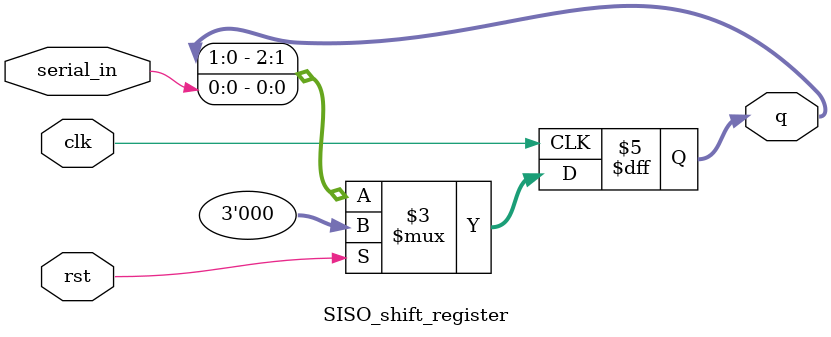
<source format=v>
module SISO_shift_register (
    input  wire clk,     
    input  wire rst,     
    input  wire serial_in, 
    output reg  [2:0] q   
);

always @(posedge clk) begin
    if (rst)
        q <= 3'b000;          
    else
        q <= {q[1:0], serial_in}; 
end

endmodule

</source>
